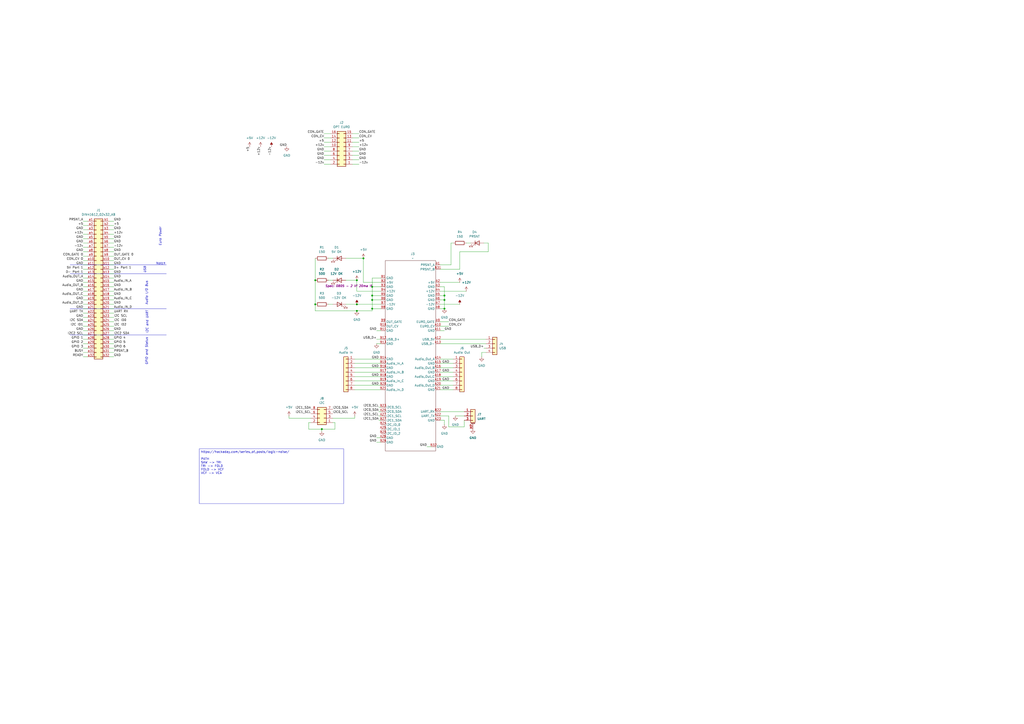
<source format=kicad_sch>
(kicad_sch (version 20231120) (generator "eeschema") (generator_version "8.0")
  (paper "A2")
  (title_block (title "Audio Thing Template") (rev "1.0") (company "velvia-fifty") (comment 1 "https://github.com/velvia-fifty/AudioThings") (comment 2 "You should have changed this already :)") (comment 4 "Stay humble"))
  (lib_symbols
    (symbol "AT-Symbols:EURO_Express_x4" (in_bom no)
      (property "Reference" "J" (at 1.27 2.032 0))
      (symbol "EURO_Express_x4_0_0"
        (pin passive line (at 43.18 2.54 180) (length 2.54) (name "PRSNT_A") (number "A1"))
        (pin bidirectional line (at 43.18 -33.02 180) (length 2.54) (name "EURO_CV") (number "A10"))
        (pin passive line (at 43.18 -35.56 180) (length 2.54) (name "GND") (number "A11"))
        (pin power_out line (at 43.18 -40.64 180) (length 2.54) (name "USB_5V") (number "A12"))
        (pin bidirectional line (at 43.18 -43.18 180) (length 2.54) (name "USB_D-") (number "A13"))
        (pin bidirectional line (at 43.18 -52.07 180) (length 2.54) (name "Audio_Out_A") (number "A14"))
        (pin passive line (at 43.18 -54.61 180) (length 2.54) (name "GND") (number "A15"))
        (pin bidirectional line (at 43.18 -57.15 180) (length 2.54) (name "Audio_Out_B") (number "A16"))
        (pin passive line (at 43.18 -59.69 180) (length 2.54) (name "GND") (number "A17"))
        (pin bidirectional line (at 43.18 -62.23 180) (length 2.54) (name "Audio_Out_C") (number "A18"))
        (pin passive line (at 43.18 -64.77 180) (length 2.54) (name "GND") (number "A19"))
        (pin power_in line (at 43.18 -7.62 180) (length 2.54) (name "+5V") (number "A2"))
        (pin bidirectional line (at 43.18 -67.31 180) (length 2.54) (name "Audio_Out_D") (number "A20"))
        (pin passive line (at 43.18 -69.85 180) (length 2.54) (name "GND") (number "A21"))
        (pin passive line (at 43.18 -87.63 180) (length 2.54) (name "GND") (number "A23"))
        (pin passive line (at 8.89 -97.79 0) (length 2.54) (name "GND") (number "A26"))
        (pin passive line (at 43.18 -10.16 180) (length 2.54) (name "GND") (number "A3"))
        (pin power_in line (at 43.18 -12.7 180) (length 2.54) (name "+12V") (number "A4"))
        (pin passive line (at 43.18 -15.24 180) (length 2.54) (name "GND") (number "A5"))
        (pin passive line (at 43.18 -17.78 180) (length 2.54) (name "GND") (number "A6"))
        (pin power_in line (at 43.18 -20.32 180) (length 2.54) (name "-12V") (number "A7"))
        (pin passive line (at 43.18 -22.86 180) (length 2.54) (name "GND") (number "A8"))
        (pin bidirectional line (at 43.18 -30.48 180) (length 2.54) (name "EURO_GATE") (number "A9"))
        (pin passive line (at 8.89 -5.08 0) (length 2.54) (name "GND") (number "B1"))
        (pin bidirectional line (at 8.89 -33.02 0) (length 2.54) (name "OUT_CV") (number "B10"))
        (pin passive line (at 8.89 -35.56 0) (length 2.54) (name "GND") (number "B11"))
        (pin bidirectional line (at 8.89 -40.64 0) (length 2.54) (name "USB_D+") (number "B12"))
        (pin passive line (at 8.89 -43.18 0) (length 2.54) (name "GND") (number "B13"))
        (pin passive line (at 8.89 -52.07 0) (length 2.54) (name "GND") (number "B14"))
        (pin bidirectional line (at 8.89 -54.61 0) (length 2.54) (name "Audio_In_A") (number "B15"))
        (pin passive line (at 8.89 -57.15 0) (length 2.54) (name "GND") (number "B16"))
        (pin bidirectional line (at 8.89 -59.69 0) (length 2.54) (name "Audio_In_B") (number "B17"))
        (pin passive line (at 8.89 -62.23 0) (length 2.54) (name "GND") (number "B18"))
        (pin bidirectional line (at 8.89 -64.77 0) (length 2.54) (name "Audio_In_C") (number "B19"))
        (pin power_in line (at 8.89 -7.62 0) (length 2.54) (name "+5V") (number "B2"))
        (pin passive line (at 8.89 -67.31 0) (length 2.54) (name "GND") (number "B20"))
        (pin bidirectional line (at 8.89 -69.85 0) (length 2.54) (name "Audio_In_D") (number "B21"))
        (pin passive line (at 8.89 -100.33 0) (length 2.54) (name "GND") (number "B26"))
        (pin passive line (at 8.89 -10.16 0) (length 2.54) (name "GND") (number "B3"))
        (pin passive line (at 38.1 -102.87 0) (length 2.54) (name "GND") (number "B32"))
        (pin power_in line (at 8.89 -12.7 0) (length 2.54) (name "+12V") (number "B4"))
        (pin passive line (at 8.89 -15.24 0) (length 2.54) (name "GND") (number "B5"))
        (pin passive line (at 8.89 -17.78 0) (length 2.54) (name "GND") (number "B6"))
        (pin power_in line (at 8.89 -20.32 0) (length 2.54) (name "-12V") (number "B7"))
        (pin passive line (at 8.89 -22.86 0) (length 2.54) (name "GND") (number "B8"))
        (pin bidirectional line (at 8.89 -30.48 0) (length 2.54) (name "OUT_GATE") (number "B9"))
      )
      (symbol "EURO_Express_x4_1_1"
        (rectangle (start 11.43 5.08) (end 40.64 -105.41) (stroke (width 0) (color 72 0 0 1)))
        (pin output line (at 43.18 -85.09 180) (length 2.54) (name "UART_TX") (number "A22"))
        (pin bidirectional line (at 8.89 -82.55 0) (length 2.54) (name "I2C0_SDA") (number "A24"))
        (pin bidirectional line (at 8.89 -92.71 0) (length 2.54) (name "I2C_ID_1") (number "A25"))
        (pin bidirectional line (at 8.89 -85.09 0) (length 2.54) (name "I2C1_SCL") (number "A27"))
        (pin input line (at 43.18 -82.55 180) (length 2.54) (name "UART_RX") (number "B22"))
        (pin bidirectional line (at 8.89 -80.01 0) (length 2.54) (name "I2C0_SCL") (number "B23"))
        (pin bidirectional line (at 8.89 -90.17 0) (length 2.54) (name "I2C_ID_0") (number "B24"))
        (pin bidirectional line (at 8.89 -95.25 0) (length 2.54) (name "I2C_ID_2") (number "B25"))
        (pin bidirectional line (at 8.89 -87.63 0) (length 2.54) (name "I2C1_SDA") (number "B27"))
        (pin passive line (at 43.18 0 180) (length 2.54) (name "PRSNT_B") (number "B31"))
      )
    )
    (symbol "Connector:DIN41612_02x32_AB" (pin_names (offset 1.016) hide)
      (property "Reference" "J" (at 1.27 40.64 0))
      (property "Value" "DIN41612_02x32_AB" (at 1.27 -43.18 0))
      (symbol "DIN41612_02x32_AB_1_1"
        (rectangle (start -1.27 -40.513) (end 0 -40.767) (stroke (width 0.1524)))
        (rectangle (start -1.27 -37.973) (end 0 -38.227) (stroke (width 0.1524)))
        (rectangle (start -1.27 -35.433) (end 0 -35.687) (stroke (width 0.1524)))
        (rectangle (start -1.27 -32.893) (end 0 -33.147) (stroke (width 0.1524)))
        (rectangle (start -1.27 -30.353) (end 0 -30.607) (stroke (width 0.1524)))
        (rectangle (start -1.27 -27.813) (end 0 -28.067) (stroke (width 0.1524)))
        (rectangle (start -1.27 -25.273) (end 0 -25.527) (stroke (width 0.1524)))
        (rectangle (start -1.27 -22.733) (end 0 -22.987) (stroke (width 0.1524)))
        (rectangle (start -1.27 -20.193) (end 0 -20.447) (stroke (width 0.1524)))
        (rectangle (start -1.27 -17.653) (end 0 -17.907) (stroke (width 0.1524)))
        (rectangle (start -1.27 -15.113) (end 0 -15.367) (stroke (width 0.1524)))
        (rectangle (start -1.27 -12.573) (end 0 -12.827) (stroke (width 0.1524)))
        (rectangle (start -1.27 -10.033) (end 0 -10.287) (stroke (width 0.1524)))
        (rectangle (start -1.27 -7.493) (end 0 -7.747) (stroke (width 0.1524)))
        (rectangle (start -1.27 -4.953) (end 0 -5.207) (stroke (width 0.1524)))
        (rectangle (start -1.27 -2.413) (end 0 -2.667) (stroke (width 0.1524)))
        (rectangle (start -1.27 0.127) (end 0 -0.127) (stroke (width 0.1524)))
        (rectangle (start -1.27 2.667) (end 0 2.413) (stroke (width 0.1524)))
        (rectangle (start -1.27 5.207) (end 0 4.953) (stroke (width 0.1524)))
        (rectangle (start -1.27 7.747) (end 0 7.493) (stroke (width 0.1524)))
        (rectangle (start -1.27 10.287) (end 0 10.033) (stroke (width 0.1524)))
        (rectangle (start -1.27 12.827) (end 0 12.573) (stroke (width 0.1524)))
        (rectangle (start -1.27 15.367) (end 0 15.113) (stroke (width 0.1524)))
        (rectangle (start -1.27 17.907) (end 0 17.653) (stroke (width 0.1524)))
        (rectangle (start -1.27 20.447) (end 0 20.193) (stroke (width 0.1524)))
        (rectangle (start -1.27 22.987) (end 0 22.733) (stroke (width 0.1524)))
        (rectangle (start -1.27 25.527) (end 0 25.273) (stroke (width 0.1524)))
        (rectangle (start -1.27 28.067) (end 0 27.813) (stroke (width 0.1524)))
        (rectangle (start -1.27 30.607) (end 0 30.353) (stroke (width 0.1524)))
        (rectangle (start -1.27 33.147) (end 0 32.893) (stroke (width 0.1524)))
        (rectangle (start -1.27 35.687) (end 0 35.433) (stroke (width 0.1524)))
        (rectangle (start -1.27 38.227) (end 0 37.973) (stroke (width 0.1524)))
        (rectangle (start -1.27 39.37) (end 3.81 -41.91) (stroke (width 0.254)) (fill (type background)))
        (rectangle (start 3.81 -40.513) (end 2.54 -40.767) (stroke (width 0.1524)))
        (rectangle (start 3.81 -37.973) (end 2.54 -38.227) (stroke (width 0.1524)))
        (rectangle (start 3.81 -35.433) (end 2.54 -35.687) (stroke (width 0.1524)))
        (rectangle (start 3.81 -32.893) (end 2.54 -33.147) (stroke (width 0.1524)))
        (rectangle (start 3.81 -30.353) (end 2.54 -30.607) (stroke (width 0.1524)))
        (rectangle (start 3.81 -27.813) (end 2.54 -28.067) (stroke (width 0.1524)))
        (rectangle (start 3.81 -25.273) (end 2.54 -25.527) (stroke (width 0.1524)))
        (rectangle (start 3.81 -22.733) (end 2.54 -22.987) (stroke (width 0.1524)))
        (rectangle (start 3.81 -20.193) (end 2.54 -20.447) (stroke (width 0.1524)))
        (rectangle (start 3.81 -17.653) (end 2.54 -17.907) (stroke (width 0.1524)))
        (rectangle (start 3.81 -15.113) (end 2.54 -15.367) (stroke (width 0.1524)))
        (rectangle (start 3.81 -12.573) (end 2.54 -12.827) (stroke (width 0.1524)))
        (rectangle (start 3.81 -10.033) (end 2.54 -10.287) (stroke (width 0.1524)))
        (rectangle (start 3.81 -7.493) (end 2.54 -7.747) (stroke (width 0.1524)))
        (rectangle (start 3.81 -4.953) (end 2.54 -5.207) (stroke (width 0.1524)))
        (rectangle (start 3.81 -2.413) (end 2.54 -2.667) (stroke (width 0.1524)))
        (rectangle (start 3.81 0.127) (end 2.54 -0.127) (stroke (width 0.1524)))
        (rectangle (start 3.81 2.667) (end 2.54 2.413) (stroke (width 0.1524)))
        (rectangle (start 3.81 5.207) (end 2.54 4.953) (stroke (width 0.1524)))
        (rectangle (start 3.81 7.747) (end 2.54 7.493) (stroke (width 0.1524)))
        (rectangle (start 3.81 10.287) (end 2.54 10.033) (stroke (width 0.1524)))
        (rectangle (start 3.81 12.827) (end 2.54 12.573) (stroke (width 0.1524)))
        (rectangle (start 3.81 15.367) (end 2.54 15.113) (stroke (width 0.1524)))
        (rectangle (start 3.81 17.907) (end 2.54 17.653) (stroke (width 0.1524)))
        (rectangle (start 3.81 20.447) (end 2.54 20.193) (stroke (width 0.1524)))
        (rectangle (start 3.81 22.987) (end 2.54 22.733) (stroke (width 0.1524)))
        (rectangle (start 3.81 25.527) (end 2.54 25.273) (stroke (width 0.1524)))
        (rectangle (start 3.81 28.067) (end 2.54 27.813) (stroke (width 0.1524)))
        (rectangle (start 3.81 30.607) (end 2.54 30.353) (stroke (width 0.1524)))
        (rectangle (start 3.81 33.147) (end 2.54 32.893) (stroke (width 0.1524)))
        (rectangle (start 3.81 35.687) (end 2.54 35.433) (stroke (width 0.1524)))
        (rectangle (start 3.81 38.227) (end 2.54 37.973) (stroke (width 0.1524)))
        (pin passive line (at -5.08 38.1 0) (length 3.81) (name "Pin_a1") (number "a1"))
        (pin passive line (at -5.08 15.24 0) (length 3.81) (name "Pin_a10") (number "a10"))
        (pin passive line (at -5.08 12.7 0) (length 3.81) (name "Pin_a11") (number "a11"))
        (pin passive line (at -5.08 10.16 0) (length 3.81) (name "Pin_a12") (number "a12"))
        (pin passive line (at -5.08 7.62 0) (length 3.81) (name "Pin_a13") (number "a13"))
        (pin passive line (at -5.08 5.08 0) (length 3.81) (name "Pin_a14") (number "a14"))
        (pin passive line (at -5.08 2.54 0) (length 3.81) (name "Pin_a15") (number "a15"))
        (pin passive line (at -5.08 0 0) (length 3.81) (name "Pin_a16") (number "a16"))
        (pin passive line (at -5.08 -2.54 0) (length 3.81) (name "Pin_a17") (number "a17"))
        (pin passive line (at -5.08 -5.08 0) (length 3.81) (name "Pin_a18") (number "a18"))
        (pin passive line (at -5.08 -7.62 0) (length 3.81) (name "Pin_a19") (number "a19"))
        (pin passive line (at -5.08 35.56 0) (length 3.81) (name "Pin_a2") (number "a2"))
        (pin passive line (at -5.08 -10.16 0) (length 3.81) (name "Pin_a20") (number "a20"))
        (pin passive line (at -5.08 -12.7 0) (length 3.81) (name "Pin_a21") (number "a21"))
        (pin passive line (at -5.08 -15.24 0) (length 3.81) (name "Pin_a22") (number "a22"))
        (pin passive line (at -5.08 -17.78 0) (length 3.81) (name "Pin_a23") (number "a23"))
        (pin passive line (at -5.08 -20.32 0) (length 3.81) (name "Pin_a24") (number "a24"))
        (pin passive line (at -5.08 -22.86 0) (length 3.81) (name "Pin_a25") (number "a25"))
        (pin passive line (at -5.08 -25.4 0) (length 3.81) (name "Pin_a26") (number "a26"))
        (pin passive line (at -5.08 -27.94 0) (length 3.81) (name "Pin_a27") (number "a27"))
        (pin passive line (at -5.08 -30.48 0) (length 3.81) (name "Pin_a28") (number "a28"))
        (pin passive line (at -5.08 -33.02 0) (length 3.81) (name "Pin_a29") (number "a29"))
        (pin passive line (at -5.08 33.02 0) (length 3.81) (name "Pin_a3") (number "a3"))
        (pin passive line (at -5.08 -35.56 0) (length 3.81) (name "Pin_a30") (number "a30"))
        (pin passive line (at -5.08 -38.1 0) (length 3.81) (name "Pin_a31") (number "a31"))
        (pin passive line (at -5.08 -40.64 0) (length 3.81) (name "Pin_a32") (number "a32"))
        (pin passive line (at -5.08 30.48 0) (length 3.81) (name "Pin_a4") (number "a4"))
        (pin passive line (at -5.08 27.94 0) (length 3.81) (name "Pin_a5") (number "a5"))
        (pin passive line (at -5.08 25.4 0) (length 3.81) (name "Pin_a6") (number "a6"))
        (pin passive line (at -5.08 22.86 0) (length 3.81) (name "Pin_a7") (number "a7"))
        (pin passive line (at -5.08 20.32 0) (length 3.81) (name "Pin_a8") (number "a8"))
        (pin passive line (at -5.08 17.78 0) (length 3.81) (name "Pin_a9") (number "a9"))
        (pin passive line (at 7.62 38.1 180) (length 3.81) (name "Pin_b1") (number "b1"))
        (pin passive line (at 7.62 15.24 180) (length 3.81) (name "Pin_b10") (number "b10"))
        (pin passive line (at 7.62 12.7 180) (length 3.81) (name "Pin_b11") (number "b11"))
        (pin passive line (at 7.62 10.16 180) (length 3.81) (name "Pin_b12") (number "b12"))
        (pin passive line (at 7.62 7.62 180) (length 3.81) (name "Pin_b13") (number "b13"))
        (pin passive line (at 7.62 5.08 180) (length 3.81) (name "Pin_b14") (number "b14"))
        (pin passive line (at 7.62 2.54 180) (length 3.81) (name "Pin_b15") (number "b15"))
        (pin passive line (at 7.62 0 180) (length 3.81) (name "Pin_b16") (number "b16"))
        (pin passive line (at 7.62 -2.54 180) (length 3.81) (name "Pin_b17") (number "b17"))
        (pin passive line (at 7.62 -5.08 180) (length 3.81) (name "Pin_b18") (number "b18"))
        (pin passive line (at 7.62 -7.62 180) (length 3.81) (name "Pin_b19") (number "b19"))
        (pin passive line (at 7.62 35.56 180) (length 3.81) (name "Pin_b2") (number "b2"))
        (pin passive line (at 7.62 -10.16 180) (length 3.81) (name "Pin_b20") (number "b20"))
        (pin passive line (at 7.62 -12.7 180) (length 3.81) (name "Pin_b21") (number "b21"))
        (pin passive line (at 7.62 -15.24 180) (length 3.81) (name "Pin_b22") (number "b22"))
        (pin passive line (at 7.62 -17.78 180) (length 3.81) (name "Pin_b23") (number "b23"))
        (pin passive line (at 7.62 -20.32 180) (length 3.81) (name "Pin_b24") (number "b24"))
        (pin passive line (at 7.62 -22.86 180) (length 3.81) (name "Pin_b25") (number "b25"))
        (pin passive line (at 7.62 -25.4 180) (length 3.81) (name "Pin_b26") (number "b26"))
        (pin passive line (at 7.62 -27.94 180) (length 3.81) (name "Pin_b27") (number "b27"))
        (pin passive line (at 7.62 -30.48 180) (length 3.81) (name "Pin_b28") (number "b28"))
        (pin passive line (at 7.62 -33.02 180) (length 3.81) (name "Pin_b29") (number "b29"))
        (pin passive line (at 7.62 33.02 180) (length 3.81) (name "Pin_b3") (number "b3"))
        (pin passive line (at 7.62 -35.56 180) (length 3.81) (name "Pin_b30") (number "b30"))
        (pin passive line (at 7.62 -38.1 180) (length 3.81) (name "Pin_b31") (number "b31"))
        (pin passive line (at 7.62 -40.64 180) (length 3.81) (name "Pin_b32") (number "b32"))
        (pin passive line (at 7.62 30.48 180) (length 3.81) (name "Pin_b4") (number "b4"))
        (pin passive line (at 7.62 27.94 180) (length 3.81) (name "Pin_b5") (number "b5"))
        (pin passive line (at 7.62 25.4 180) (length 3.81) (name "Pin_b6") (number "b6"))
        (pin passive line (at 7.62 22.86 180) (length 3.81) (name "Pin_b7") (number "b7"))
        (pin passive line (at 7.62 20.32 180) (length 3.81) (name "Pin_b8") (number "b8"))
        (pin passive line (at 7.62 17.78 180) (length 3.81) (name "Pin_b9") (number "b9"))
      )
    )
    (symbol "Connector_Generic:Conn_01x08" (pin_names (offset 1.016) hide)
      (property "Reference" "J" (at 0 10.16 0))
      (property "Value" "Conn_01x08" (at 0 -12.7 0))
      (symbol "Conn_01x08_1_1"
        (rectangle (start -1.27 -10.033) (end 0 -10.287) (stroke (width 0.1524)))
        (rectangle (start -1.27 -7.493) (end 0 -7.747) (stroke (width 0.1524)))
        (rectangle (start -1.27 -4.953) (end 0 -5.207) (stroke (width 0.1524)))
        (rectangle (start -1.27 -2.413) (end 0 -2.667) (stroke (width 0.1524)))
        (rectangle (start -1.27 0.127) (end 0 -0.127) (stroke (width 0.1524)))
        (rectangle (start -1.27 2.667) (end 0 2.413) (stroke (width 0.1524)))
        (rectangle (start -1.27 5.207) (end 0 4.953) (stroke (width 0.1524)))
        (rectangle (start -1.27 7.747) (end 0 7.493) (stroke (width 0.1524)))
        (rectangle (start -1.27 8.89) (end 1.27 -11.43) (stroke (width 0.254)) (fill (type background)))
        (pin passive line (at -5.08 7.62 0) (length 3.81) (name "Pin_1") (number "1"))
        (pin passive line (at -5.08 5.08 0) (length 3.81) (name "Pin_2") (number "2"))
        (pin passive line (at -5.08 2.54 0) (length 3.81) (name "Pin_3") (number "3"))
        (pin passive line (at -5.08 0 0) (length 3.81) (name "Pin_4") (number "4"))
        (pin passive line (at -5.08 -2.54 0) (length 3.81) (name "Pin_5") (number "5"))
        (pin passive line (at -5.08 -5.08 0) (length 3.81) (name "Pin_6") (number "6"))
        (pin passive line (at -5.08 -7.62 0) (length 3.81) (name "Pin_7") (number "7"))
        (pin passive line (at -5.08 -10.16 0) (length 3.81) (name "Pin_8") (number "8"))
      )
    )
    (symbol "Connector_Generic:Conn_02x04_Odd_Even" (pin_names (offset 1.016) hide)
      (property "Reference" "J" (at 1.27 5.08 0))
      (property "Value" "Conn_02x04_Odd_Even" (at 1.27 -7.62 0))
      (symbol "Conn_02x04_Odd_Even_1_1"
        (rectangle (start -1.27 -4.953) (end 0 -5.207) (stroke (width 0.1524)))
        (rectangle (start -1.27 -2.413) (end 0 -2.667) (stroke (width 0.1524)))
        (rectangle (start -1.27 0.127) (end 0 -0.127) (stroke (width 0.1524)))
        (rectangle (start -1.27 2.667) (end 0 2.413) (stroke (width 0.1524)))
        (rectangle (start -1.27 3.81) (end 3.81 -6.35) (stroke (width 0.254)) (fill (type background)))
        (rectangle (start 3.81 -4.953) (end 2.54 -5.207) (stroke (width 0.1524)))
        (rectangle (start 3.81 -2.413) (end 2.54 -2.667) (stroke (width 0.1524)))
        (rectangle (start 3.81 0.127) (end 2.54 -0.127) (stroke (width 0.1524)))
        (rectangle (start 3.81 2.667) (end 2.54 2.413) (stroke (width 0.1524)))
        (pin passive line (at -5.08 2.54 0) (length 3.81) (name "Pin_1") (number "1"))
        (pin passive line (at 7.62 2.54 180) (length 3.81) (name "Pin_2") (number "2"))
        (pin passive line (at -5.08 0 0) (length 3.81) (name "Pin_3") (number "3"))
        (pin passive line (at 7.62 0 180) (length 3.81) (name "Pin_4") (number "4"))
        (pin passive line (at -5.08 -2.54 0) (length 3.81) (name "Pin_5") (number "5"))
        (pin passive line (at 7.62 -2.54 180) (length 3.81) (name "Pin_6") (number "6"))
        (pin passive line (at -5.08 -5.08 0) (length 3.81) (name "Pin_7") (number "7"))
        (pin passive line (at 7.62 -5.08 180) (length 3.81) (name "Pin_8") (number "8"))
      )
    )
    (symbol "Connector_Generic:Conn_02x08_Odd_Even" (pin_names (offset 1.016) hide)
      (property "Reference" "J" (at 1.27 10.16 0))
      (property "Value" "Conn_02x08_Odd_Even" (at 1.27 -12.7 0))
      (symbol "Conn_02x08_Odd_Even_1_1"
        (rectangle (start -1.27 -10.033) (end 0 -10.287) (stroke (width 0.1524)))
        (rectangle (start -1.27 -7.493) (end 0 -7.747) (stroke (width 0.1524)))
        (rectangle (start -1.27 -4.953) (end 0 -5.207) (stroke (width 0.1524)))
        (rectangle (start -1.27 -2.413) (end 0 -2.667) (stroke (width 0.1524)))
        (rectangle (start -1.27 0.127) (end 0 -0.127) (stroke (width 0.1524)))
        (rectangle (start -1.27 2.667) (end 0 2.413) (stroke (width 0.1524)))
        (rectangle (start -1.27 5.207) (end 0 4.953) (stroke (width 0.1524)))
        (rectangle (start -1.27 7.747) (end 0 7.493) (stroke (width 0.1524)))
        (rectangle (start -1.27 8.89) (end 3.81 -11.43) (stroke (width 0.254)) (fill (type background)))
        (rectangle (start 3.81 -10.033) (end 2.54 -10.287) (stroke (width 0.1524)))
        (rectangle (start 3.81 -7.493) (end 2.54 -7.747) (stroke (width 0.1524)))
        (rectangle (start 3.81 -4.953) (end 2.54 -5.207) (stroke (width 0.1524)))
        (rectangle (start 3.81 -2.413) (end 2.54 -2.667) (stroke (width 0.1524)))
        (rectangle (start 3.81 0.127) (end 2.54 -0.127) (stroke (width 0.1524)))
        (rectangle (start 3.81 2.667) (end 2.54 2.413) (stroke (width 0.1524)))
        (rectangle (start 3.81 5.207) (end 2.54 4.953) (stroke (width 0.1524)))
        (rectangle (start 3.81 7.747) (end 2.54 7.493) (stroke (width 0.1524)))
        (pin passive line (at -5.08 7.62 0) (length 3.81) (name "Pin_1") (number "1"))
        (pin passive line (at 7.62 -2.54 180) (length 3.81) (name "Pin_10") (number "10"))
        (pin passive line (at -5.08 -5.08 0) (length 3.81) (name "Pin_11") (number "11"))
        (pin passive line (at 7.62 -5.08 180) (length 3.81) (name "Pin_12") (number "12"))
        (pin passive line (at -5.08 -7.62 0) (length 3.81) (name "Pin_13") (number "13"))
        (pin passive line (at 7.62 -7.62 180) (length 3.81) (name "Pin_14") (number "14"))
        (pin passive line (at -5.08 -10.16 0) (length 3.81) (name "Pin_15") (number "15"))
        (pin passive line (at 7.62 -10.16 180) (length 3.81) (name "Pin_16") (number "16"))
        (pin passive line (at 7.62 7.62 180) (length 3.81) (name "Pin_2") (number "2"))
        (pin passive line (at -5.08 5.08 0) (length 3.81) (name "Pin_3") (number "3"))
        (pin passive line (at 7.62 5.08 180) (length 3.81) (name "Pin_4") (number "4"))
        (pin passive line (at -5.08 2.54 0) (length 3.81) (name "Pin_5") (number "5"))
        (pin passive line (at 7.62 2.54 180) (length 3.81) (name "Pin_6") (number "6"))
        (pin passive line (at -5.08 0 0) (length 3.81) (name "Pin_7") (number "7"))
        (pin passive line (at 7.62 0 180) (length 3.81) (name "Pin_8") (number "8"))
        (pin passive line (at -5.08 -2.54 0) (length 3.81) (name "Pin_9") (number "9"))
      )
    )
    (symbol "Connector_Generic_MountingPin:Conn_01x03_MountingPin" (pin_names (offset 1.016) hide)
      (property "Reference" "J" (at 0 5.08 0))
      (property "Value" "Conn_01x03_MountingPin" (at 1.27 -5.08 0))
      (symbol "Conn_01x03_MountingPin_1_1"
        (rectangle (start -1.27 -2.413) (end 0 -2.667) (stroke (width 0.1524)))
        (rectangle (start -1.27 0.127) (end 0 -0.127) (stroke (width 0.1524)))
        (rectangle (start -1.27 2.667) (end 0 2.413) (stroke (width 0.1524)))
        (rectangle (start -1.27 3.81) (end 1.27 -3.81) (stroke (width 0.254)) (fill (type background)))
        (polyline (pts (xy -1.016 -4.572) (xy 1.016 -4.572)) (stroke (width 0.1524)))
        (text "Mounting" (at 0 -4.191 0) (effects (font (size 0.381 0.381))))
        (pin passive line (at -5.08 2.54 0) (length 3.81) (name "Pin_1") (number "1"))
        (pin passive line (at -5.08 0 0) (length 3.81) (name "Pin_2") (number "2"))
        (pin passive line (at -5.08 -2.54 0) (length 3.81) (name "Pin_3") (number "3"))
        (pin passive line (at 0 -7.62 90) (length 3.048) (name "MountPin") (number "MP"))
      )
    )
    (symbol "Device:LED" (pin_numbers hide) (pin_names (offset 1.016) hide)
      (property "Reference" "D" (at 0 2.54 0))
      (property "Value" "LED" (at 0 -2.54 0))
      (symbol "LED_0_1"
        (polyline (pts (xy -1.27 -1.27) (xy -1.27 1.27)) (stroke (width 0.254)))
        (polyline (pts (xy -1.27 0) (xy 1.27 0)))
        (polyline (pts (xy 1.27 -1.27) (xy 1.27 1.27) (xy -1.27 0) (xy 1.27 -1.27)) (stroke (width 0.254)))
        (polyline (pts (xy -3.048 -0.762) (xy -4.572 -2.286) (xy -3.81 -2.286) (xy -4.572 -2.286) (xy -4.572 -1.524)))
        (polyline (pts (xy -1.778 -0.762) (xy -3.302 -2.286) (xy -2.54 -2.286) (xy -3.302 -2.286) (xy -3.302 -1.524)))
      )
      (symbol "LED_1_1"
        (pin passive line (at -3.81 0 0) (length 2.54) (name "K") (number "1"))
        (pin passive line (at 3.81 0 180) (length 2.54) (name "A") (number "2"))
      )
    )
    (symbol "Device:R" (pin_numbers hide) (pin_names (offset 0))
      (property "Reference" "R" (at 2.032 0 90))
      (property "Value" "R" (at 0 0 90))
      (symbol "R_0_1"
        (rectangle (start -1.016 -2.54) (end 1.016 2.54) (stroke (width 0.254)))
      )
      (symbol "R_1_1"
        (pin passive line (at 0 3.81 270) (length 1.27) (name "~") (number "1"))
        (pin passive line (at 0 -3.81 90) (length 1.27) (name "~") (number "2"))
      )
    )
    (symbol "PCM_4ms_Connector:Conn_01x04" (pin_names (offset 1.016) hide)
      (property "Reference" "J" (at 0 5.08 0))
      (property "Value" "Conn_01x04" (at 0 -7.62 0))
      (symbol "Conn_01x04_1_1"
        (rectangle (start -1.27 -4.953) (end 0 -5.207) (stroke (width 0.1524)))
        (rectangle (start -1.27 -2.413) (end 0 -2.667) (stroke (width 0.1524)))
        (rectangle (start -1.27 0.127) (end 0 -0.127) (stroke (width 0.1524)))
        (rectangle (start -1.27 2.667) (end 0 2.413) (stroke (width 0.1524)))
        (rectangle (start -1.27 3.81) (end 1.27 -6.35) (stroke (width 0.254)) (fill (type background)))
        (pin passive line (at -5.08 2.54 0) (length 3.81) (name "Pin_1") (number "1"))
        (pin passive line (at -5.08 0 0) (length 3.81) (name "Pin_2") (number "2"))
        (pin passive line (at -5.08 -2.54 0) (length 3.81) (name "Pin_3") (number "3"))
        (pin passive line (at -5.08 -5.08 0) (length 3.81) (name "Pin_4") (number "4"))
      )
    )
    (symbol "power:+12V" (power) (pin_numbers hide) (pin_names (offset 0) hide)
      (property "Value" "+12V" (at 0 3.556 0))
      (symbol "+12V_0_1"
        (polyline (pts (xy -0.762 1.27) (xy 0 2.54)))
        (polyline (pts (xy 0 0) (xy 0 2.54)))
        (polyline (pts (xy 0 2.54) (xy 0.762 1.27)))
      )
      (symbol "+12V_1_1"
        (pin power_in line (at 0 0 90) (length 0) (name "~") (number "1"))
      )
    )
    (symbol "power:+5V" (power) (pin_numbers hide) (pin_names (offset 0) hide)
      (property "Value" "+5V" (at 0 3.556 0))
      (symbol "+5V_0_1"
        (polyline (pts (xy -0.762 1.27) (xy 0 2.54)))
        (polyline (pts (xy 0 0) (xy 0 2.54)))
        (polyline (pts (xy 0 2.54) (xy 0.762 1.27)))
      )
      (symbol "+5V_1_1"
        (pin power_in line (at 0 0 90) (length 0) (name "~") (number "1"))
      )
    )
    (symbol "power:-12V" (power) (pin_numbers hide) (pin_names (offset 0) hide)
      (property "Value" "-12V" (at 0 3.556 0))
      (symbol "-12V_0_0"
        (pin power_in line (at 0 0 90) (length 0) (name "~") (number "1"))
      )
      (symbol "-12V_0_1"
        (polyline (pts (xy 0 0) (xy 0 1.27) (xy 0.762 1.27) (xy 0 2.54) (xy -0.762 1.27) (xy 0 1.27)) (fill (type outline)))
      )
    )
    (symbol "power:GND" (power) (pin_numbers hide) (pin_names (offset 0) hide)
      (property "Value" "GND" (at 0 -3.81 0))
      (symbol "GND_0_1"
        (polyline (pts (xy 0 0) (xy 0 -1.27) (xy 1.27 -1.27) (xy 0 -2.54) (xy -1.27 -1.27) (xy 0 -1.27)))
      )
      (symbol "GND_1_1"
        (pin power_in line (at 0 0 270) (length 0) (name "~") (number "1"))
      )
    )
  )
  (junction (at 207.01 176.53))
  (junction (at 257.81 179.07))
  (junction (at 215.9 166.37))
  (junction (at 182.88 162.56))
  (junction (at 210.82 149.86))
  (junction (at 215.9 171.45))
  (junction (at 257.81 173.99))
  (junction (at 215.9 173.99))
  (junction (at 182.88 176.53))
  (junction (at 257.81 171.45))
  (junction (at 207.01 162.56))
  (junction (at 215.9 179.07))
  (junction (at 207.01 180.34))
  (junction (at 186.69 248.92))
  (wire (pts (xy 262.89 208.28) (xy 255.27 208.28)))
  (wire (pts (xy 215.9 161.29) (xy 215.9 166.37)))
  (wire (pts (xy 266.7 146.05) (xy 266.7 156.21)))
  (wire (pts (xy 205.74 223.52) (xy 220.98 223.52)))
  (wire (pts (xy 66.04 168.91) (xy 63.5 168.91)))
  (wire (pts (xy 48.26 207.01) (xy 50.8 207.01)))
  (wire (pts (xy 48.26 184.15) (xy 50.8 184.15)))
  (wire (pts (xy 66.04 133.35) (xy 63.5 133.35)))
  (wire (pts (xy 205.74 220.98) (xy 220.98 220.98)))
  (wire (pts (xy 66.04 138.43) (xy 63.5 138.43)))
  (wire (pts (xy 66.04 140.97) (xy 63.5 140.97)))
  (wire (pts (xy 180.34 245.11) (xy 179.07 245.11)))
  (wire (pts (xy 48.26 166.37) (xy 50.8 166.37)))
  (wire (pts (xy 269.24 247.65) (xy 269.24 243.84)))
  (wire (pts (xy 48.26 194.31) (xy 50.8 194.31)))
  (wire (pts (xy 219.71 238.76) (xy 220.98 238.76)))
  (wire (pts (xy 48.26 171.45) (xy 50.8 171.45)))
  (wire (pts (xy 48.26 148.59) (xy 50.8 148.59)))
  (wire (pts (xy 255.27 238.76) (xy 269.24 238.76)))
  (wire (pts (xy 208.28 92.71) (xy 204.47 92.71)))
  (wire (pts (xy 260.35 247.65) (xy 269.24 247.65)))
  (wire (pts (xy 266.7 146.05) (xy 283.21 146.05)))
  (wire (pts (xy 66.04 186.69) (xy 63.5 186.69)))
  (wire (pts (xy 261.62 140.97) (xy 261.62 153.67)))
  (wire (pts (xy 257.81 191.77) (xy 255.27 191.77)))
  (wire (pts (xy 261.62 140.97) (xy 262.89 140.97)))
  (wire (pts (xy 218.44 199.39) (xy 220.98 199.39)))
  (wire (pts (xy 48.26 138.43) (xy 50.8 138.43)))
  (wire (pts (xy 187.96 80.01) (xy 191.77 80.01)))
  (wire (pts (xy 48.26 146.05) (xy 50.8 146.05)))
  (wire (pts (xy 283.21 140.97) (xy 280.67 140.97)))
  (wire (pts (xy 219.71 241.3) (xy 220.98 241.3)))
  (wire (pts (xy 48.26 133.35) (xy 50.8 133.35)))
  (wire (pts (xy 207.01 162.56) (xy 200.66 162.56)))
  (wire (pts (xy 207.01 180.34) (xy 182.88 180.34)))
  (wire (pts (xy 66.04 151.13) (xy 63.5 151.13)))
  (wire (pts (xy 207.01 176.53) (xy 220.98 176.53)))
  (wire (pts (xy 205.74 208.28) (xy 220.98 208.28)))
  (wire (pts (xy 205.74 242.57) (xy 193.04 242.57)))
  (wire (pts (xy 200.66 176.53) (xy 207.01 176.53)))
  (wire (pts (xy 205.74 242.57) (xy 205.74 241.3)))
  (wire (pts (xy 66.04 130.81) (xy 63.5 130.81)))
  (wire (pts (xy 167.64 242.57) (xy 180.34 242.57)))
  (wire (pts (xy 66.04 153.67) (xy 63.5 153.67)))
  (wire (pts (xy 63.5 201.93) (xy 66.04 201.93)))
  (wire (pts (xy 208.28 82.55) (xy 204.47 82.55)))
  (wire (pts (xy 215.9 179.07) (xy 220.98 179.07)))
  (wire (pts (xy 179.07 245.11) (xy 179.07 248.92)))
  (wire (pts (xy 262.89 215.9) (xy 255.27 215.9)))
  (wire (pts (xy 66.04 146.05) (xy 63.5 146.05)))
  (wire (pts (xy 247.65 259.08) (xy 250.19 259.08)))
  (wire (pts (xy 48.26 196.85) (xy 50.8 196.85)))
  (wire (pts (xy 208.28 80.01) (xy 204.47 80.01)))
  (wire (pts (xy 215.9 179.07) (xy 215.9 180.34)))
  (wire (pts (xy 66.04 143.51) (xy 63.5 143.51)))
  (wire (pts (xy 279.4 204.47) (xy 281.94 204.47)))
  (wire (pts (xy 208.28 77.47) (xy 204.47 77.47)))
  (wire (pts (xy 205.74 215.9) (xy 220.98 215.9)))
  (wire (pts (xy 187.96 82.55) (xy 191.77 82.55)))
  (wire (pts (xy 208.28 95.25) (xy 204.47 95.25)))
  (wire (pts (xy 48.26 186.69) (xy 50.8 186.69)))
  (wire (pts (xy 269.24 241.3) (xy 264.16 241.3)))
  (wire (pts (xy 66.04 194.31) (xy 63.5 194.31)))
  (wire (pts (xy 66.04 199.39) (xy 63.5 199.39)))
  (wire (pts (xy 255.27 241.3) (xy 260.35 241.3)))
  (polyline (pts (xy 40.64 153.67) (xy 96.52 153.67)))
  (wire (pts (xy 66.04 181.61) (xy 63.5 181.61)))
  (wire (pts (xy 262.89 210.82) (xy 255.27 210.82)))
  (wire (pts (xy 179.07 248.92) (xy 186.69 248.92)))
  (wire (pts (xy 215.9 171.45) (xy 215.9 173.99)))
  (wire (pts (xy 255.27 243.84) (xy 257.81 243.84)))
  (wire (pts (xy 218.44 254) (xy 220.98 254)))
  (wire (pts (xy 66.04 189.23) (xy 63.5 189.23)))
  (wire (pts (xy 48.26 176.53) (xy 50.8 176.53)))
  (wire (pts (xy 220.98 166.37) (xy 215.9 166.37)))
  (wire (pts (xy 257.81 173.99) (xy 257.81 179.07)))
  (wire (pts (xy 266.7 163.83) (xy 255.27 163.83)))
  (wire (pts (xy 255.27 156.21) (xy 266.7 156.21)))
  (wire (pts (xy 205.74 210.82) (xy 220.98 210.82)))
  (wire (pts (xy 66.04 191.77) (xy 63.5 191.77)))
  (wire (pts (xy 66.04 135.89) (xy 63.5 135.89)))
  (wire (pts (xy 48.26 135.89) (xy 50.8 135.89)))
  (wire (pts (xy 220.98 161.29) (xy 215.9 161.29)))
  (wire (pts (xy 182.88 162.56) (xy 182.88 176.53)))
  (wire (pts (xy 66.04 173.99) (xy 63.5 173.99)))
  (wire (pts (xy 205.74 213.36) (xy 220.98 213.36)))
  (wire (pts (xy 48.26 189.23) (xy 50.8 189.23)))
  (wire (pts (xy 182.88 149.86) (xy 182.88 162.56)))
  (wire (pts (xy 266.7 176.53) (xy 255.27 176.53)))
  (wire (pts (xy 255.27 173.99) (xy 257.81 173.99)))
  (wire (pts (xy 48.26 158.75) (xy 50.8 158.75)))
  (wire (pts (xy 218.44 256.54) (xy 220.98 256.54)))
  (wire (pts (xy 187.96 95.25) (xy 191.77 95.25)))
  (wire (pts (xy 257.81 243.84) (xy 257.81 246.38)))
  (wire (pts (xy 48.26 153.67) (xy 50.8 153.67)))
  (wire (pts (xy 260.35 241.3) (xy 260.35 247.65)))
  (wire (pts (xy 257.81 179.07) (xy 255.27 179.07)))
  (wire (pts (xy 281.94 201.93) (xy 280.67 201.93)))
  (wire (pts (xy 190.5 149.86) (xy 193.04 149.86)))
  (wire (pts (xy 208.28 90.17) (xy 204.47 90.17)))
  (polyline (pts (xy 40.64 179.07) (xy 96.52 179.07)))
  (wire (pts (xy 220.98 168.91) (xy 207.01 168.91)))
  (wire (pts (xy 219.71 236.22) (xy 220.98 236.22)))
  (wire (pts (xy 260.35 189.23) (xy 255.27 189.23)))
  (wire (pts (xy 66.04 196.85) (xy 63.5 196.85)))
  (wire (pts (xy 187.96 87.63) (xy 191.77 87.63)))
  (wire (pts (xy 66.04 166.37) (xy 63.5 166.37)))
  (wire (pts (xy 279.4 204.47) (xy 279.4 207.01)))
  (wire (pts (xy 187.96 90.17) (xy 191.77 90.17)))
  (wire (pts (xy 262.89 223.52) (xy 255.27 223.52)))
  (wire (pts (xy 66.04 171.45) (xy 63.5 171.45)))
  (wire (pts (xy 66.04 163.83) (xy 63.5 163.83)))
  (wire (pts (xy 220.98 171.45) (xy 215.9 171.45)))
  (polyline (pts (xy 40.64 194.31) (xy 96.52 194.31)))
  (wire (pts (xy 262.89 220.98) (xy 255.27 220.98)))
  (wire (pts (xy 190.5 162.56) (xy 193.04 162.56)))
  (wire (pts (xy 48.26 128.27) (xy 50.8 128.27)))
  (wire (pts (xy 66.04 148.59) (xy 63.5 148.59)))
  (wire (pts (xy 66.04 161.29) (xy 63.5 161.29)))
  (wire (pts (xy 66.04 204.47) (xy 63.5 204.47)))
  (polyline (pts (xy 40.64 158.75) (xy 96.52 158.75)))
  (wire (pts (xy 194.31 248.92) (xy 186.69 248.92)))
  (wire (pts (xy 270.51 140.97) (xy 273.05 140.97)))
  (wire (pts (xy 187.96 77.47) (xy 191.77 77.47)))
  (wire (pts (xy 208.28 85.09) (xy 204.47 85.09)))
  (wire (pts (xy 66.04 207.01) (xy 63.5 207.01)))
  (wire (pts (xy 255.27 166.37) (xy 257.81 166.37)))
  (wire (pts (xy 48.26 156.21) (xy 50.8 156.21)))
  (wire (pts (xy 48.26 199.39) (xy 50.8 199.39)))
  (wire (pts (xy 262.89 213.36) (xy 255.27 213.36)))
  (wire (pts (xy 190.5 176.53) (xy 193.04 176.53)))
  (wire (pts (xy 215.9 180.34) (xy 207.01 180.34)))
  (wire (pts (xy 48.26 163.83) (xy 50.8 163.83)))
  (wire (pts (xy 262.89 218.44) (xy 255.27 218.44)))
  (wire (pts (xy 48.26 151.13) (xy 50.8 151.13)))
  (wire (pts (xy 187.96 85.09) (xy 191.77 85.09)))
  (wire (pts (xy 48.26 191.77) (xy 50.8 191.77)))
  (wire (pts (xy 48.26 204.47) (xy 50.8 204.47)))
  (wire (pts (xy 208.28 87.63) (xy 204.47 87.63)))
  (wire (pts (xy 186.69 248.92) (xy 186.69 250.19)))
  (wire (pts (xy 48.26 181.61) (xy 50.8 181.61)))
  (wire (pts (xy 48.26 168.91) (xy 50.8 168.91)))
  (wire (pts (xy 257.81 171.45) (xy 257.81 173.99)))
  (wire (pts (xy 281.94 196.85) (xy 255.27 196.85)))
  (wire (pts (xy 215.9 173.99) (xy 215.9 179.07)))
  (wire (pts (xy 48.26 179.07) (xy 50.8 179.07)))
  (wire (pts (xy 187.96 92.71) (xy 191.77 92.71)))
  (wire (pts (xy 48.26 130.81) (xy 50.8 130.81)))
  (wire (pts (xy 48.26 201.93) (xy 50.8 201.93)))
  (wire (pts (xy 66.04 176.53) (xy 63.5 176.53)))
  (wire (pts (xy 205.74 226.06) (xy 220.98 226.06)))
  (wire (pts (xy 167.64 242.57) (xy 167.64 241.3)))
  (wire (pts (xy 66.04 184.15) (xy 63.5 184.15)))
  (wire (pts (xy 182.88 180.34) (xy 182.88 176.53)))
  (wire (pts (xy 257.81 166.37) (xy 257.81 171.45)))
  (wire (pts (xy 200.66 149.86) (xy 210.82 149.86)))
  (wire (pts (xy 48.26 140.97) (xy 50.8 140.97)))
  (wire (pts (xy 194.31 245.11) (xy 194.31 248.92)))
  (wire (pts (xy 255.27 171.45) (xy 257.81 171.45)))
  (wire (pts (xy 48.26 161.29) (xy 50.8 161.29)))
  (wire (pts (xy 220.98 173.99) (xy 215.9 173.99)))
  (wire (pts (xy 205.74 218.44) (xy 220.98 218.44)))
  (wire (pts (xy 63.5 128.27) (xy 66.04 128.27)))
  (wire (pts (xy 218.44 196.85) (xy 220.98 196.85)))
  (wire (pts (xy 262.89 226.06) (xy 255.27 226.06)))
  (wire (pts (xy 48.26 143.51) (xy 50.8 143.51)))
  (wire (pts (xy 66.04 179.07) (xy 63.5 179.07)))
  (wire (pts (xy 66.04 156.21) (xy 63.5 156.21)))
  (wire (pts (xy 281.94 199.39) (xy 255.27 199.39)))
  (wire (pts (xy 218.44 191.77) (xy 220.98 191.77)))
  (wire (pts (xy 270.51 168.91) (xy 255.27 168.91)))
  (wire (pts (xy 219.71 243.84) (xy 220.98 243.84)))
  (wire (pts (xy 210.82 163.83) (xy 220.98 163.83)))
  (wire (pts (xy 260.35 186.69) (xy 255.27 186.69)))
  (wire (pts (xy 193.04 245.11) (xy 194.31 245.11)))
  (wire (pts (xy 48.26 173.99) (xy 50.8 173.99)))
  (wire (pts (xy 207.01 168.91) (xy 207.01 162.56)))
  (wire (pts (xy 255.27 153.67) (xy 261.62 153.67)))
  (wire (pts (xy 66.04 158.75) (xy 63.5 158.75)))
  (wire (pts (xy 210.82 149.86) (xy 210.82 163.83)))
  (wire (pts (xy 215.9 166.37) (xy 215.9 171.45)))
  (wire (pts (xy 283.21 146.05) (xy 283.21 140.97)))
  (text_box "https://hackaday.com/series_of_posts/logic-noise/\n\nPATH\nSAW -> TRI\nTRI -> FOLD\nFOLD -> VCF\nVCF -> VCA\n" (at 115.57 260.35 0) (size 83.82 31.75) (effects (font (size 1.27 1.27)) (justify left top)))
  (text "Audio I/O Bus" (at 85.09 169.926 90) (effects (font (size 1.27 1.27) (italic yes))))
  (text "USB" (at 84.074 156.464 90) (effects (font (size 1.27 1.27) (italic yes))))
  (text "Notch" (at 93.218 152.908 0) (effects (font (size 1.27 1.27) (italic yes))))
  (text "Euro Power" (at 92.964 137.16 90) (effects (font (size 1.27 1.27) (italic yes))))
  (text "GPIO and Status" (at 85.09 203.708 90) (effects (font (size 1.27 1.27) (italic yes))))
  (text "I2C and UART\n" (at 85.344 186.69 90) (effects (font (size 1.27 1.27) (italic yes))))
  (label "GND" (at 247.65 259.08 180))
  (label "PRSNT_A" (at 48.26 128.27 180))
  (label "CON_GATE" (at 208.28 77.47 0))
  (label "GND" (at 187.96 90.17 180))
  (label "-12v" (at 157.48 85.09 270))
  (label "D- Port 1" (at 48.26 158.75 180))
  (label "I2C1_SDA" (at 180.34 237.49 180))
  (label "Audio_IN_B" (at 66.04 168.91 0))
  (label "CON_CV" (at 260.35 189.23 0))
  (label "-12v" (at 187.96 95.25 180))
  (label "PRSNT_B" (at 66.04 204.47 0))
  (label "I2C0_SCL" (at 193.04 240.03 0))
  (label "GND" (at 66.04 140.97 0))
  (label "GND" (at 48.26 146.05 180))
  (label "GND" (at 256.54 215.9 0))
  (label "I2C ID1" (at 48.26 189.23 180))
  (label "GND" (at 256.54 210.82 0))
  (label "USB_D+" (at 280.67 201.93 180))
  (label "GPIO 6" (at 66.04 201.93 0))
  (label "Audio_OUT_B" (at 48.26 166.37 180))
  (label "GND" (at 48.26 191.77 180))
  (label "Audio_IN_A" (at 66.04 163.83 0))
  (label "GND" (at 219.71 223.52 180))
  (label "USB_D+" (at 218.44 196.85 180))
  (label "-12v" (at 66.04 143.51 0))
  (label "GND" (at 48.26 133.35 180))
  (label "UART RX" (at 66.04 181.61 0))
  (label "I2C SCL" (at 66.04 184.15 0))
  (label "GND" (at 66.04 166.37 0))
  (label "GND" (at 66.04 171.45 0))
  (label "GND" (at 208.28 90.17 0))
  (label "BUSY" (at 48.26 204.47 180))
  (label "Audio_OUT_A" (at 48.26 161.29 180))
  (label "GND" (at 66.04 158.75 0))
  (label "GND" (at 256.54 226.06 0))
  (label "I2C ID0" (at 66.04 186.69 0))
  (label "GND" (at 187.96 87.63 180))
  (label "GND" (at 218.44 254 180))
  (label "UART TX" (at 48.26 181.61 180))
  (label "-12v" (at 208.28 95.25 0))
  (label "+12v" (at 48.26 135.89 180))
  (label "I2C2 SDA" (at 66.04 194.31 0))
  (label "Audio_OUT_D" (at 48.26 176.53 180))
  (label "GND" (at 257.81 191.77 0))
  (label "GND" (at 208.28 87.63 0))
  (label "I2C1_SCL" (at 219.71 241.3 180))
  (label "Audio_IN_D" (at 66.04 179.07 0))
  (label "I2C SDA" (at 48.26 186.69 180))
  (label "I2C0_SDA" (at 193.04 237.49 0))
  (label "+5" (at 208.28 82.55 0))
  (label "GND" (at 48.26 138.43 180))
  (label "GND" (at 219.71 208.28 180))
  (label "OUT_CV 0" (at 66.04 151.13 0))
  (label "CON_GATE" (at 187.96 77.47 180))
  (label "I2C1_SCL" (at 180.34 240.03 180))
  (label "CON_GATE 0" (at 48.26 148.59 180))
  (label "GND" (at 66.04 138.43 0))
  (label "+5" (at 144.78 85.09 270))
  (label "GND" (at 218.44 256.54 180))
  (label "Audio_IN_C" (at 66.04 173.99 0))
  (label "GND" (at 48.26 168.91 180))
  (label "GND" (at 66.04 133.35 0))
  (label "CON_CV" (at 187.96 80.01 180))
  (label "GPIO 2" (at 48.26 199.39 180))
  (label "GND" (at 48.26 184.15 180))
  (label "GPIO 3" (at 48.26 201.93 180))
  (label "I2C1_SDA" (at 219.71 243.84 180))
  (label "I2C2 SCL" (at 48.26 194.31 180))
  (label "READY" (at 48.26 207.01 180))
  (label "GND" (at 66.04 191.77 0))
  (label "GPIO 4" (at 66.04 196.85 0))
  (label "GND" (at 166.37 85.09 180))
  (label "CON_CV" (at 208.28 80.01 0))
  (label "CON_CV 0" (at 48.26 151.13 180))
  (label "I2C0_SCL" (at 219.71 236.22 180))
  (label "I2C ID2" (at 66.04 189.23 0))
  (label "+5" (at 48.26 130.81 180))
  (label "OUT_GATE 0" (at 66.04 148.59 0))
  (label "GND" (at 66.04 176.53 0))
  (label "+12v" (at 208.28 85.09 0))
  (label "5V Port 1" (at 48.26 156.21 180))
  (label "+5" (at 187.96 82.55 180))
  (label "GPIO 5" (at 66.04 199.39 0))
  (label "I2C0_SDA" (at 219.71 238.76 180))
  (label "GND" (at 48.26 173.99 180))
  (label "GND" (at 66.04 207.01 0))
  (label "GND" (at 66.04 146.05 0))
  (label "GND" (at 66.04 128.27 0))
  (label "GND" (at 208.28 92.71 0))
  (label "GND" (at 219.71 213.36 180))
  (label "+12v" (at 151.13 85.09 270))
  (label "GND" (at 218.44 191.77 180))
  (label "GND" (at 187.96 92.71 180))
  (label "GND" (at 48.26 179.07 180))
  (label "+5" (at 66.04 130.81 0))
  (label "GND" (at 66.04 161.29 0))
  (label "+12v" (at 66.04 135.89 0))
  (label "GND" (at 48.26 163.83 180))
  (label "GND" (at 66.04 153.67 0))
  (label "D+ Port 1" (at 66.04 156.21 0))
  (label "+12v" (at 187.96 85.09 180))
  (label "GPIO 1" (at 48.26 196.85 180))
  (label "Audio_OUT_C" (at 48.26 171.45 180))
  (label "GND" (at 48.26 140.97 180))
  (label "GND" (at 48.26 153.67 180))
  (label "CON_GATE" (at 260.35 186.69 0))
  (label "GND" (at 219.71 218.44 180))
  (label "GND" (at 256.54 220.98 0))
  (label "-12v" (at 48.26 143.51 180))
  (symbol (lib_id "power:GND") (at 207.01 180.34 0) (unit 1)
    (property "Reference" "#PWR04" (effects (hide yes)))
    (property "Value" "GND" (at 207.01 185.42 0))
    (property "Description" "Power symbol creates a global label with name \"GND\" , ground" (effects (hide yes)))
  )
  (symbol (lib_id "power:+5V") (at 144.78 85.09 0) (unit 1)
    (property "Reference" "#PWR013" (effects (hide yes)))
    (property "Value" "+5V" (at 144.78 80.01 0))
    (property "Description" "Power symbol creates a global label with name \"+5V\"" (effects (hide yes)))
  )
  (symbol (lib_id "Connector_Generic:Conn_02x08_Odd_Even") (at 199.39 87.63 180) (unit 1)
    (property "Reference" "J2" (at 198.12 71.12 0))
    (property "Value" "OPT EURO" (at 198.12 73.66 0))
    (property "Footprint" "AT-Footprints:EURORACK Right Angle" (effects (hide yes)))
    (property "Description" "Generic connector, double row, 02x08, odd/even pin numbering scheme (row 1 odd numbers, row 2 even numbers), script generated (kicad-library-utils/schlib/autogen/connector/)" (effects (hide yes)))
  )
  (symbol (lib_id "power:-12V") (at 207.01 176.53 0) (unit 1)
    (property "Reference" "#PWR03" (effects (hide yes)))
    (property "Value" "-12V" (at 207.01 171.45 0))
    (property "Description" "Power symbol creates a global label with name \"-12V\"" (effects (hide yes)))
  )
  (symbol (lib_id "power:+12V") (at 151.13 85.09 0) (unit 1)
    (property "Reference" "#PWR010" (effects (hide yes)))
    (property "Value" "+12V" (at 151.13 80.01 0))
    (property "Description" "Power symbol creates a global label with name \"+12V\"" (effects (hide yes)))
  )
  (symbol (lib_id "power:-12V") (at 157.48 85.09 0) (unit 1)
    (property "Reference" "#PWR011" (effects (hide yes)))
    (property "Value" "-12V" (at 157.48 80.01 0))
    (property "Description" "Power symbol creates a global label with name \"-12V\"" (effects (hide yes)))
  )
  (symbol (lib_id "power:GND") (at 218.44 199.39 0) (unit 1)
    (property "Reference" "#PWR01" (effects (hide yes)))
    (property "Value" "GND" (at 218.44 204.47 0))
    (property "Description" "Power symbol creates a global label with name \"GND\" , ground" (effects (hide yes)))
  )
  (symbol (lib_id "Connector_Generic:Conn_02x04_Odd_Even") (at 187.96 242.57 180) (unit 1)
    (property "Reference" "J8" (at 186.69 231.14 0))
    (property "Value" "I2C" (at 186.69 233.68 0))
    (property "Footprint" "Connector_PinHeader_2.54mm:PinHeader_2x04_P2.54mm_Vertical" (effects (hide yes)))
    (property "Description" "Generic connector, double row, 02x04, odd/even pin numbering scheme (row 1 odd numbers, row 2 even numbers), script generated (kicad-library-utils/schlib/autogen/connector/)" (effects (hide yes)))
  )
  (symbol (lib_id "power:+5V") (at 167.64 241.3 0) (unit 1)
    (property "Reference" "#PWR019" (effects (hide yes)))
    (property "Value" "+5V" (at 167.64 236.22 0))
    (property "Description" "Power symbol creates a global label with name \"+5V\"" (effects (hide yes)))
  )
  (symbol (lib_id "Device:LED") (at 276.86 140.97 0) (unit 1)
    (property "Reference" "D4" (at 275.2725 134.62 0))
    (property "Value" "PRSNT" (at 275.2725 137.16 0))
    (property "Footprint" "LED_SMD:LED_0805_2012Metric_Pad1.15x1.40mm_HandSolder" (effects (hide yes)))
    (property "Datasheet" "https://www.digikey.com/en/products/filter/led-indication-discrete/105?s=N4IgjCBcoGwJxVAYygMwIYBsDOBTANCAPZQDaIALAAxwDMdIAuoQA4AuUIAymwE4CWAOwDmIAL6FaYBNBApIGHAWJlwMABwB2AEzamrDpG58hoiSACsFWojloseQiUjkw1qhZj6Q7TjwEi4oRg2nAQsvKKjiouIPS02uogknShySDqYOowFprpGhQUXoQFFkklcFoIhOq0GnmEFJplmuUZdQw1tJpUbbWaYBBdzdXtmjrp6oWek9NtTS0IzD6GxgFmwZUyyPZKTqpUTOYAtNt2kHwArsrOrkeEx3oRUFc3qhZH5k-kmLgAJkcgA" (effects (hide yes)))
    (property "Description" "Light emitting diode" (effects (hide yes)))
    (property "Spec" "0805 - 2 Vf 20ma If" (effects (hide yes)))
  )
  (symbol (lib_id "power:GND") (at 264.16 241.3 0) (unit 1)
    (property "Reference" "#PWR017" (effects (hide yes)))
    (property "Value" "GND" (at 264.16 246.38 0))
    (property "Description" "Power symbol creates a global label with name \"GND\" , ground" (effects (hide yes)))
  )
  (symbol (lib_id "Connector_Generic:Conn_01x08") (at 200.66 215.9 0) (mirror y) (unit 1)
    (property "Reference" "J5" (at 200.66 201.93 0))
    (property "Value" "Audio In" (at 200.66 204.47 0))
    (property "Footprint" "AT-Footprints:AMPHENOL_F33B-1A7Q1-E8C08" (effects (hide yes)))
    (property "Description" "Generic connector, single row, 01x08, script generated (kicad-library-utils/schlib/autogen/connector/)" (effects (hide yes)))
  )
  (symbol (lib_id "AT-Symbols:EURO_Express_x4") (at 212.09 156.21 0) (unit 1) (in_bom no)
    (property "Reference" "J3" (at 239.395 147.32 0))
    (property "Value" "~" (at 239.395 149.86 0))
    (property "Footprint" "Connector_PCBEdge:BUS_PCIexpress_x4" (effects (hide yes)))
  )
  (symbol (lib_id "Device:LED") (at 196.85 162.56 0) (unit 1)
    (property "Reference" "D2" (at 195.2625 156.21 0))
    (property "Value" "12V OK" (at 195.2625 158.75 0))
    (property "Footprint" "LED_SMD:LED_0805_2012Metric_Pad1.15x1.40mm_HandSolder" (effects (hide yes)))
    (property "Datasheet" "https://www.digikey.com/en/products/filter/led-indication-discrete/105?s=N4IgjCBcoGwJxVAYygMwIYBsDOBTANCAPZQDaIALAAxwDMdIAuoQA4AuUIAymwE4CWAOwDmIAL6FaYBNBApIGHAWJlwMABwB2AEzamrDpG58hoiSACsFWojloseQiUjkw1qhZj6Q7TjwEi4oRg2nAQsvKKjiouIPS02uogknShySDqYOowFprpGhQUXoQFFkklcFoIhOq0GnmEFJplmuUZdQw1tJpUbbWaYBBdzdXtmjrp6oWek9NtTS0IzD6GxgFmwZUyyPZKTqpUTOYAtNt2kHwArsrOrkeEx3oRUFc3qhZH5k-kmLgAJkcgA" (effects (hide yes)))
    (property "Description" "Light emitting diode" (effects (hide yes)))
    (property "Spec" "0805 - 2 Vf 20ma If" (at 202.184 165.862 0) (show_name yes) (effects (font (italic yes))))
  )
  (symbol (lib_id "power:GND") (at 257.81 246.38 0) (unit 1)
    (property "Reference" "#PWR015" (effects (hide yes)))
    (property "Value" "GND" (at 257.81 251.46 0))
    (property "Description" "Power symbol creates a global label with name \"GND\" , ground" (effects (hide yes)))
  )
  (symbol (lib_id "power:-12V") (at 266.7 176.53 0) (unit 1)
    (property "Reference" "#PWR08" (effects (hide yes)))
    (property "Value" "-12V" (at 266.7 171.45 0))
    (property "Description" "Power symbol creates a global label with name \"-12V\"" (effects (hide yes)))
  )
  (symbol (lib_id "Device:R") (at 266.7 140.97 90) (unit 1)
    (property "Reference" "R4" (at 266.7 134.62 90))
    (property "Value" "150" (at 266.7 137.16 90))
    (property "Footprint" "Resistor_SMD:R_0805_2012Metric_Pad1.20x1.40mm_HandSolder" (effects (hide yes)))
    (property "Description" "Resistor" (effects (hide yes)))
  )
  (symbol (lib_id "power:GND") (at 279.4 207.01 0) (unit 1)
    (property "Reference" "#PWR014" (effects (hide yes)))
    (property "Value" "GND" (at 279.4 212.09 0))
    (property "Description" "Power symbol creates a global label with name \"GND\" , ground" (effects (hide yes)))
  )
  (symbol (lib_id "power:+5V") (at 266.7 163.83 0) (unit 1)
    (property "Reference" "#PWR07" (effects (hide yes)))
    (property "Value" "+5V" (at 266.7 158.75 0))
    (property "Description" "Power symbol creates a global label with name \"+5V\"" (effects (hide yes)))
  )
  (symbol (lib_id "power:+12V") (at 270.51 168.91 0) (unit 1)
    (property "Reference" "#PWR09" (effects (hide yes)))
    (property "Value" "+12V" (at 270.51 163.83 0))
    (property "Description" "Power symbol creates a global label with name \"+12V\"" (effects (hide yes)))
  )
  (symbol (lib_id "Connector_Generic_MountingPin:Conn_01x03_MountingPin") (at 274.32 241.3 0) (unit 1)
    (property "Reference" "J7" (at 276.86 240.3855 0) (effects (justify left)))
    (property "Value" "UART" (at 276.86 242.9255 0) (effects (justify left)))
    (property "Footprint" "AT-Footprints:CONN_BM03B-SRSS-TBLFSN_JST" (effects (hide yes)))
  )
  (symbol (lib_id "Device:LED") (at 196.85 176.53 0) (mirror y) (unit 1)
    (property "Reference" "D3" (at 196.596 170.18 0))
    (property "Value" "-12V OK" (at 196.596 172.72 0))
    (property "Footprint" "LED_SMD:LED_0805_2012Metric_Pad1.15x1.40mm_HandSolder" (effects (hide yes)))
    (property "Datasheet" "https://www.digikey.com/en/products/filter/led-indication-discrete/105?s=N4IgjCBcoGwJxVAYygMwIYBsDOBTANCAPZQDaIALAAxwDMdIAuoQA4AuUIAymwE4CWAOwDmIAL6FaYBNBApIGHAWJlwMABwB2AEzamrDpG58hoiSACsFWojloseQiUjkw1qhZj6Q7TjwEi4oRg2nAQsvKKjiouIPS02uogknShySDqYOowFprpGhQUXoQFFkklcFoIhOq0GnmEFJplmuUZdQw1tJpUbbWaYBBdzdXtmjrp6oWek9NtTS0IzD6GxgFmwZUyyPZKTqpUTOYAtNt2kHwArsrOrkeEx3oRUFc3qhZH5k-kmLgAJkcgA" (effects (hide yes)))
    (property "Description" "Light emitting diode" (effects (hide yes)))
    (property "Spec" "0805 - 2 Vf 20ma If" (effects (hide yes)))
  )
  (symbol (lib_id "Connector_Generic:Conn_01x08") (at 267.97 215.9 0) (unit 1)
    (property "Reference" "J6" (at 267.97 201.93 0))
    (property "Value" "Audio Out" (at 267.97 204.47 0))
    (property "Footprint" "AT-Footprints:AMPHENOL_F33B-1A7Q1-E8C08" (effects (hide yes)))
    (property "Description" "Generic connector, single row, 01x08, script generated (kicad-library-utils/schlib/autogen/connector/)" (effects (hide yes)))
  )
  (symbol (lib_id "power:+5V") (at 205.74 241.3 0) (mirror y) (unit 1)
    (property "Reference" "#PWR020" (effects (hide yes)))
    (property "Value" "+5V" (at 205.74 236.22 0))
    (property "Description" "Power symbol creates a global label with name \"+5V\"" (effects (hide yes)))
  )
  (symbol (lib_id "power:+5V") (at 210.82 149.86 0) (unit 1)
    (property "Reference" "#PWR05" (effects (hide yes)))
    (property "Value" "+5V" (at 210.82 144.78 0))
    (property "Description" "Power symbol creates a global label with name \"+5V\"" (effects (hide yes)))
  )
  (symbol (lib_id "Connector:DIN41612_02x32_AB") (at 55.88 166.37 0) (unit 1)
    (property "Reference" "J1" (at 57.15 121.92 0))
    (property "Value" "DIN41612_02x32_AB" (at 57.15 124.46 0))
    (property "Description" "DIN41612 connector, double row (AB), 02x32, script generated (kicad-library-utils/schlib/autogen/connector/)" (effects (hide yes)))
  )
  (symbol (lib_id "Device:R") (at 186.69 162.56 90) (unit 1)
    (property "Reference" "R2" (at 186.69 156.21 90))
    (property "Value" "500" (at 186.69 158.75 90))
    (property "Footprint" "Resistor_SMD:R_0805_2012Metric_Pad1.20x1.40mm_HandSolder" (effects (hide yes)))
    (property "Description" "Resistor" (effects (hide yes)))
  )
  (symbol (lib_id "Device:LED") (at 196.85 149.86 0) (unit 1)
    (property "Reference" "D1" (at 195.2625 143.51 0))
    (property "Value" "5V OK" (at 195.2625 146.05 0))
    (property "Footprint" "LED_SMD:LED_0805_2012Metric_Pad1.15x1.40mm_HandSolder" (effects (hide yes)))
    (property "Datasheet" "https://www.digikey.com/en/products/filter/led-indication-discrete/105?s=N4IgjCBcoGwJxVAYygMwIYBsDOBTANCAPZQDaIALAAxwDMdIAuoQA4AuUIAymwE4CWAOwDmIAL6FaYBNBApIGHAWJlwMABwB2AEzamrDpG58hoiSACsFWojloseQiUjkw1qhZj6Q7TjwEi4oRg2nAQsvKKjiouIPS02uogknShySDqYOowFprpGhQUXoQFFkklcFoIhOq0GnmEFJplmuUZdQw1tJpUbbWaYBBdzdXtmjrp6oWek9NtTS0IzD6GxgFmwZUyyPZKTqpUTOYAtNt2kHwArsrOrkeEx3oRUFc3qhZH5k-kmLgAJkcgA" (effects (hide yes)))
    (property "Description" "Light emitting diode" (effects (hide yes)))
    (property "Spec" "0805 - 2 Vf 20ma If" (effects (hide yes)))
  )
  (symbol (lib_id "power:GND") (at 186.69 250.19 0) (unit 1)
    (property "Reference" "#PWR018" (effects (hide yes)))
    (property "Value" "GND" (at 186.69 255.27 0))
    (property "Description" "Power symbol creates a global label with name \"GND\" , ground" (effects (hide yes)))
  )
  (symbol (lib_id "power:GND") (at 166.37 85.09 0) (unit 1)
    (property "Reference" "#PWR012" (effects (hide yes)))
    (property "Value" "GND" (at 166.37 90.17 0))
    (property "Description" "Power symbol creates a global label with name \"GND\" , ground" (effects (hide yes)))
  )
  (symbol (lib_id "power:+12V") (at 207.01 162.56 0) (unit 1)
    (property "Reference" "#PWR02" (effects (hide yes)))
    (property "Value" "+12V" (at 207.01 157.48 0))
    (property "Description" "Power symbol creates a global label with name \"+12V\"" (effects (hide yes)))
  )
  (symbol (lib_id "power:GND") (at 274.32 248.92 0) (unit 1)
    (property "Reference" "#PWR016" (effects (hide yes)))
    (property "Value" "GND" (at 274.32 254 0))
    (property "Description" "Power symbol creates a global label with name \"GND\" , ground" (effects (hide yes)))
  )
  (symbol (lib_id "Device:R") (at 186.69 149.86 90) (unit 1)
    (property "Reference" "R1" (at 186.69 143.51 90))
    (property "Value" "150" (at 186.69 146.05 90))
    (property "Footprint" "Resistor_SMD:R_0805_2012Metric_Pad1.20x1.40mm_HandSolder" (effects (hide yes)))
    (property "Description" "Resistor" (effects (hide yes)))
  )
  (symbol (lib_id "PCM_4ms_Connector:Conn_01x04") (at 287.02 199.39 0) (unit 1)
    (property "Reference" "J4" (at 289.56 199.3899 0) (effects (justify left)))
    (property "Value" "USB" (at 289.56 201.9299 0) (effects (justify left)))
    (property "Footprint" "Connector_PinHeader_2.54mm:PinHeader_1x04_P2.54mm_Vertical" (effects (hide yes)))
    (property "Description" "HEADER 1x4 MALE PINS 0.100” 180deg" (effects (hide yes)))
    (property "Specifications" "HEADER 1x4 MALE PINS 0.100” 180deg" (effects (hide yes)))
    (property "Manufacturer" "TAD" (effects (hide yes)))
    (property "Part Number" "1-0401FBV0T" (effects (hide yes)))
  )
  (symbol (lib_id "power:GND") (at 257.81 179.07 0) (unit 1)
    (property "Reference" "#PWR06" (effects (hide yes)))
    (property "Value" "GND" (at 257.81 184.15 0))
    (property "Description" "Power symbol creates a global label with name \"GND\" , ground" (effects (hide yes)))
  )
  (symbol (lib_id "Device:R") (at 186.69 176.53 270) (mirror x) (unit 1)
    (property "Reference" "R3" (at 186.69 170.18 90))
    (property "Value" "500" (at 186.69 172.72 90))
    (property "Footprint" "Resistor_SMD:R_0805_2012Metric_Pad1.20x1.40mm_HandSolder" (effects (hide yes)))
    (property "Description" "Resistor" (effects (hide yes)))
  )
)
</source>
